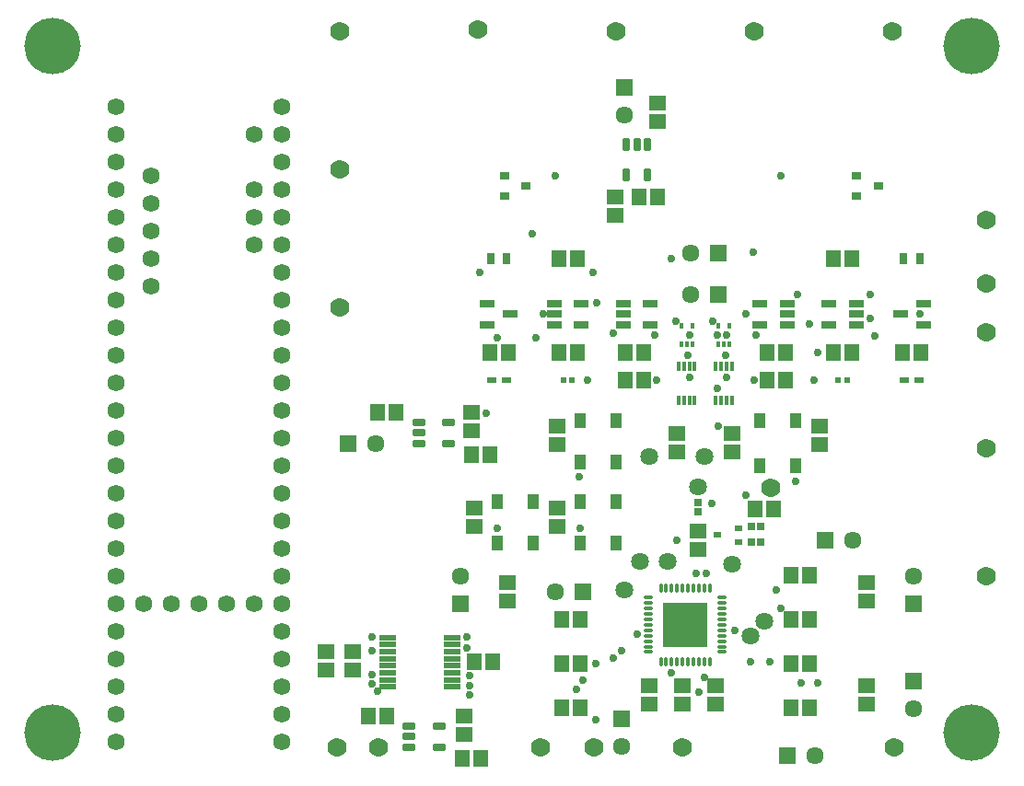
<source format=gbr>
%TF.GenerationSoftware,Altium Limited,Altium Designer,21.6.4 (81)*%
G04 Layer_Color=8388736*
%FSLAX26Y26*%
%MOIN*%
%TF.SameCoordinates,879DA611-49A8-4675-8A71-469A8E5B397B*%
%TF.FilePolarity,Negative*%
%TF.FileFunction,Soldermask,Top*%
%TF.Part,Single*%
G01*
G75*
%TA.AperFunction,SMDPad,CuDef*%
%ADD14R,0.035433X0.031496*%
%ADD27R,0.018432X0.018601*%
%ADD28R,0.029528X0.039370*%
%TA.AperFunction,ViaPad*%
%ADD41C,0.204409*%
%TA.AperFunction,ComponentPad*%
%ADD42C,0.063465*%
%ADD43R,0.063465X0.063465*%
%ADD44R,0.063465X0.063465*%
%ADD45C,0.062409*%
%TA.AperFunction,ViaPad*%
%ADD46C,0.069409*%
%ADD47C,0.029409*%
%ADD48C,0.064409*%
%TA.AperFunction,SMDPad,CuDef*%
%ADD53R,0.053622X0.061496*%
%ADD54O,0.012283X0.039843*%
%ADD55O,0.039843X0.012283*%
%ADD56R,0.161890X0.161890*%
%ADD57R,0.016220X0.022716*%
%ADD58R,0.040236X0.052441*%
%ADD59R,0.061496X0.053622*%
%ADD60R,0.053622X0.028031*%
G04:AMPARAMS|DCode=61|XSize=28.031mil|YSize=43.779mil|CornerRadius=4.213mil|HoleSize=0mil|Usage=FLASHONLY|Rotation=0.000|XOffset=0mil|YOffset=0mil|HoleType=Round|Shape=RoundedRectangle|*
%AMROUNDEDRECTD61*
21,1,0.028031,0.035354,0,0,0.0*
21,1,0.019606,0.043779,0,0,0.0*
1,1,0.008425,0.009803,-0.017677*
1,1,0.008425,-0.009803,-0.017677*
1,1,0.008425,-0.009803,0.017677*
1,1,0.008425,0.009803,0.017677*
%
%ADD61ROUNDEDRECTD61*%
G04:AMPARAMS|DCode=62|XSize=28.031mil|YSize=43.779mil|CornerRadius=4.213mil|HoleSize=0mil|Usage=FLASHONLY|Rotation=90.000|XOffset=0mil|YOffset=0mil|HoleType=Round|Shape=RoundedRectangle|*
%AMROUNDEDRECTD62*
21,1,0.028031,0.035354,0,0,90.0*
21,1,0.019606,0.043779,0,0,90.0*
1,1,0.008425,0.017677,0.009803*
1,1,0.008425,0.017677,-0.009803*
1,1,0.008425,-0.017677,-0.009803*
1,1,0.008425,-0.017677,0.009803*
%
%ADD62ROUNDEDRECTD62*%
%ADD63R,0.028031X0.026063*%
%ADD64R,0.030000X0.024094*%
%ADD65R,0.026063X0.028031*%
%ADD66R,0.062480X0.022126*%
%ADD67R,0.016220X0.037874*%
%ADD68R,0.035118X0.022913*%
D14*
X1889370Y2155000D02*
D03*
X1810630Y2117598D02*
D03*
Y2192402D02*
D03*
X3164370Y2155000D02*
D03*
X3085630Y2117598D02*
D03*
Y2192402D02*
D03*
D27*
X3019167Y1450000D02*
D03*
X3050833D02*
D03*
X2055833D02*
D03*
X2024167D02*
D03*
D28*
X1760472Y1890000D02*
D03*
X1819528D02*
D03*
X3314528D02*
D03*
X3255472D02*
D03*
D41*
X3500000Y175000D02*
D03*
Y2660000D02*
D03*
X175000D02*
D03*
Y175000D02*
D03*
D42*
X2235000Y125000D02*
D03*
X2935000Y90000D02*
D03*
X1345000Y1220000D02*
D03*
X2245000Y2410000D02*
D03*
X3290000Y260000D02*
D03*
Y740000D02*
D03*
X2485000Y1910000D02*
D03*
X1650000Y740000D02*
D03*
X3070000Y870000D02*
D03*
X1995000Y685000D02*
D03*
X2485000Y1760000D02*
D03*
D43*
X2235000Y225000D02*
D03*
X2245000Y2510000D02*
D03*
X3290000Y360000D02*
D03*
Y640000D02*
D03*
X1650000D02*
D03*
D44*
X2835000Y90000D02*
D03*
X1245000Y1220000D02*
D03*
X2585000Y1910000D02*
D03*
X2970000Y870000D02*
D03*
X2095000Y685000D02*
D03*
X2585000Y1760000D02*
D03*
D45*
X530000Y1790000D02*
D03*
Y1890000D02*
D03*
Y1990000D02*
D03*
Y2090000D02*
D03*
Y2190000D02*
D03*
X905000Y1940000D02*
D03*
Y2040000D02*
D03*
Y2140000D02*
D03*
Y2340000D02*
D03*
Y640000D02*
D03*
X605000D02*
D03*
X805000D02*
D03*
X705000D02*
D03*
X505000D02*
D03*
X1005000Y940000D02*
D03*
Y840000D02*
D03*
Y740000D02*
D03*
Y640000D02*
D03*
Y540000D02*
D03*
Y440000D02*
D03*
Y340000D02*
D03*
Y240000D02*
D03*
Y140000D02*
D03*
X405000D02*
D03*
Y240000D02*
D03*
Y340000D02*
D03*
Y440000D02*
D03*
Y540000D02*
D03*
Y640000D02*
D03*
Y740000D02*
D03*
Y840000D02*
D03*
Y940000D02*
D03*
X1005000Y1040000D02*
D03*
X405000D02*
D03*
X1005000Y2440000D02*
D03*
X405000D02*
D03*
X1005000Y2340000D02*
D03*
Y2240000D02*
D03*
X405000Y2340000D02*
D03*
X1005000Y2140000D02*
D03*
Y2040000D02*
D03*
Y1940000D02*
D03*
Y1840000D02*
D03*
Y1740000D02*
D03*
Y1640000D02*
D03*
Y1540000D02*
D03*
Y1440000D02*
D03*
Y1340000D02*
D03*
Y1240000D02*
D03*
Y1140000D02*
D03*
X405000D02*
D03*
Y1240000D02*
D03*
Y1340000D02*
D03*
Y1440000D02*
D03*
Y1540000D02*
D03*
Y1640000D02*
D03*
Y1740000D02*
D03*
Y1840000D02*
D03*
Y1940000D02*
D03*
Y2040000D02*
D03*
Y2140000D02*
D03*
Y2240000D02*
D03*
D46*
X3555000Y1625000D02*
D03*
X2135000Y120000D02*
D03*
X3215000Y2715000D02*
D03*
X1215000Y1715000D02*
D03*
Y2215000D02*
D03*
X2215000Y2715000D02*
D03*
X1715000Y2720000D02*
D03*
X1215000Y2715000D02*
D03*
X2715000D02*
D03*
X3555000Y1800000D02*
D03*
Y1205000D02*
D03*
X1940000Y120000D02*
D03*
X1203859D02*
D03*
X1355000D02*
D03*
X2775000Y1060000D02*
D03*
X2455000Y120000D02*
D03*
X3220000D02*
D03*
X3555000Y740000D02*
D03*
Y2030000D02*
D03*
D47*
X2810000Y2190000D02*
D03*
X1995000D02*
D03*
X2400039Y500039D02*
D03*
Y543346D02*
D03*
Y586654D02*
D03*
Y629961D02*
D03*
X2443347Y500039D02*
D03*
Y543346D02*
D03*
Y586654D02*
D03*
Y629961D02*
D03*
X2486654Y500039D02*
D03*
Y543346D02*
D03*
Y586654D02*
D03*
Y629961D02*
D03*
X2529961Y500039D02*
D03*
Y543346D02*
D03*
Y586654D02*
D03*
Y629961D02*
D03*
X2710000Y1915000D02*
D03*
X2130000Y1840000D02*
D03*
X1720000D02*
D03*
X3150000Y1610000D02*
D03*
X3135000Y1675000D02*
D03*
X2945000Y1550000D02*
D03*
X2580000Y1420000D02*
D03*
X2615000Y1460000D02*
D03*
X2480000D02*
D03*
X1685000Y310000D02*
D03*
Y345000D02*
D03*
Y380000D02*
D03*
X1675000Y520000D02*
D03*
Y480000D02*
D03*
X2415000Y390000D02*
D03*
X2795000Y690000D02*
D03*
X2915000Y1655000D02*
D03*
X2930000Y1450000D02*
D03*
X2110000D02*
D03*
X2145000Y1730000D02*
D03*
X1910000Y1980000D02*
D03*
X2140000Y220000D02*
D03*
X2515000Y320000D02*
D03*
X2415000Y1890000D02*
D03*
X1745000Y1330000D02*
D03*
X1352341Y323621D02*
D03*
X1330000Y520000D02*
D03*
Y470000D02*
D03*
Y350000D02*
D03*
Y385000D02*
D03*
X2070000Y332500D02*
D03*
X2685028Y1036326D02*
D03*
X2435000Y870000D02*
D03*
X2290000Y530000D02*
D03*
X2140000Y425000D02*
D03*
X2095000Y365000D02*
D03*
X2235000Y470000D02*
D03*
X2560000Y1005000D02*
D03*
X2585000Y1285000D02*
D03*
X2540000Y750000D02*
D03*
X2505000D02*
D03*
X2685000Y1690000D02*
D03*
X1785000Y1605000D02*
D03*
X1925000D02*
D03*
X3315000Y1690000D02*
D03*
X3135000Y1760000D02*
D03*
X2770000Y430000D02*
D03*
X2701590Y431590D02*
D03*
X2203172Y444654D02*
D03*
X2810000Y625000D02*
D03*
X2645000Y545000D02*
D03*
X2610000Y1540000D02*
D03*
X2475000D02*
D03*
X2430000Y1665000D02*
D03*
X2565000D02*
D03*
X2360000Y1450000D02*
D03*
X2715000D02*
D03*
X2580000Y1615000D02*
D03*
X2615000D02*
D03*
X2479841Y1613739D02*
D03*
X2355000Y1615000D02*
D03*
X2720000D02*
D03*
X2870000Y1760000D02*
D03*
X2205000Y1620000D02*
D03*
X1950000Y1690000D02*
D03*
X2885000Y355000D02*
D03*
X2945000D02*
D03*
X2865000Y1085000D02*
D03*
X2080000Y1100000D02*
D03*
X2085000Y915000D02*
D03*
X1785000D02*
D03*
X2535000Y375000D02*
D03*
D48*
X2510000Y1065000D02*
D03*
X2635000Y785000D02*
D03*
X2245000Y690000D02*
D03*
X2335000Y1175000D02*
D03*
X2300000Y795000D02*
D03*
X2400000D02*
D03*
X2700000Y525000D02*
D03*
X2750000Y579055D02*
D03*
X2535000Y1175000D02*
D03*
D53*
X1723465Y80000D02*
D03*
X1656535D02*
D03*
X2363465Y2115000D02*
D03*
X2296535D02*
D03*
X1383465Y235000D02*
D03*
X1316535D02*
D03*
X2716535Y985000D02*
D03*
X2783465D02*
D03*
X1418465Y1335000D02*
D03*
X1351535D02*
D03*
X1691535Y1180000D02*
D03*
X1758465D02*
D03*
X1768465Y430000D02*
D03*
X1701535D02*
D03*
X2313465Y1450000D02*
D03*
X2246535D02*
D03*
X2083465Y585000D02*
D03*
X2016535D02*
D03*
X2846535Y265000D02*
D03*
X2913465D02*
D03*
X2846535Y585000D02*
D03*
X2913465D02*
D03*
X2846535Y745000D02*
D03*
X2913465D02*
D03*
X2846535Y425000D02*
D03*
X2913465D02*
D03*
X2083465D02*
D03*
X2016535D02*
D03*
X2761535Y1450000D02*
D03*
X2828465D02*
D03*
X2083465Y265000D02*
D03*
X2016535D02*
D03*
X3068465Y1550000D02*
D03*
X3001535D02*
D03*
X3318465D02*
D03*
X3251535D02*
D03*
X2828465D02*
D03*
X2761535D02*
D03*
X2006535D02*
D03*
X2073465D02*
D03*
X1756535D02*
D03*
X1823465D02*
D03*
X2246535D02*
D03*
X2313465D02*
D03*
X2006535Y1890000D02*
D03*
X2073465D02*
D03*
X3068465D02*
D03*
X3001535D02*
D03*
D54*
X2376417Y432126D02*
D03*
X2396102D02*
D03*
X2415787D02*
D03*
X2435472D02*
D03*
X2455157D02*
D03*
X2474843D02*
D03*
X2494528D02*
D03*
X2514213D02*
D03*
X2533898D02*
D03*
X2553583D02*
D03*
Y697874D02*
D03*
X2533898D02*
D03*
X2514213D02*
D03*
X2494528D02*
D03*
X2474843D02*
D03*
X2455157D02*
D03*
X2435472D02*
D03*
X2415787D02*
D03*
X2396102D02*
D03*
X2376417D02*
D03*
D55*
X2597874Y466575D02*
D03*
Y486260D02*
D03*
Y505945D02*
D03*
Y525630D02*
D03*
Y545315D02*
D03*
Y565000D02*
D03*
Y584685D02*
D03*
Y604370D02*
D03*
Y624055D02*
D03*
Y643740D02*
D03*
Y663425D02*
D03*
X2332126D02*
D03*
Y643740D02*
D03*
Y624055D02*
D03*
Y604370D02*
D03*
Y584685D02*
D03*
Y565000D02*
D03*
Y545315D02*
D03*
Y525630D02*
D03*
Y505945D02*
D03*
Y486260D02*
D03*
Y466575D02*
D03*
D56*
X2465000Y565000D02*
D03*
D57*
X2450315Y1582244D02*
D03*
X2470000D02*
D03*
X2489685D02*
D03*
Y1647756D02*
D03*
X2450315D02*
D03*
X2585315Y1582244D02*
D03*
X2605000D02*
D03*
X2624685D02*
D03*
Y1647756D02*
D03*
X2585315D02*
D03*
D58*
X2085630Y1305000D02*
D03*
X2214370D02*
D03*
Y1155000D02*
D03*
X2085630D02*
D03*
Y1010000D02*
D03*
X2214370D02*
D03*
Y860000D02*
D03*
X2085630D02*
D03*
X1785630Y1010000D02*
D03*
X1914370D02*
D03*
Y860000D02*
D03*
X1785630D02*
D03*
X2735630Y1140000D02*
D03*
X2864370D02*
D03*
Y1305000D02*
D03*
X2735630D02*
D03*
D59*
X3120000Y651535D02*
D03*
Y718465D02*
D03*
X2210000Y2113465D02*
D03*
Y2046535D02*
D03*
X2365000Y2386535D02*
D03*
Y2453465D02*
D03*
X1665000Y233464D02*
D03*
Y166535D02*
D03*
X2510000Y836535D02*
D03*
Y903465D02*
D03*
X1690000Y1333465D02*
D03*
Y1266535D02*
D03*
X1165000Y401536D02*
D03*
Y468465D02*
D03*
X1260000Y401536D02*
D03*
Y468465D02*
D03*
X2455000Y343464D02*
D03*
Y276535D02*
D03*
X2335000Y343464D02*
D03*
Y276535D02*
D03*
X2575000Y343464D02*
D03*
Y276535D02*
D03*
X3120000Y343464D02*
D03*
Y276535D02*
D03*
X2635000Y1191535D02*
D03*
Y1258465D02*
D03*
X2435000Y1191535D02*
D03*
Y1258465D02*
D03*
X1820000Y651535D02*
D03*
Y718465D02*
D03*
X2000000Y1216535D02*
D03*
Y1283465D02*
D03*
X1700000Y921535D02*
D03*
Y988465D02*
D03*
X2000000Y921535D02*
D03*
Y988465D02*
D03*
X2950000Y1216535D02*
D03*
Y1283465D02*
D03*
D60*
X2834213Y1652598D02*
D03*
Y1690000D02*
D03*
Y1727402D02*
D03*
X2735787D02*
D03*
Y1652598D02*
D03*
X2240787Y1727402D02*
D03*
Y1690000D02*
D03*
Y1652598D02*
D03*
X2339213D02*
D03*
Y1727402D02*
D03*
X3326339Y1652598D02*
D03*
Y1727402D02*
D03*
X3243661Y1690000D02*
D03*
X3084213Y1652598D02*
D03*
Y1690000D02*
D03*
Y1727402D02*
D03*
X2985787D02*
D03*
Y1652598D02*
D03*
X1748661Y1727402D02*
D03*
Y1652598D02*
D03*
X1831339Y1690000D02*
D03*
X1990787Y1727402D02*
D03*
Y1690000D02*
D03*
Y1652598D02*
D03*
X2089213D02*
D03*
Y1727402D02*
D03*
D61*
X2327402Y2195866D02*
D03*
X2252599D02*
D03*
Y2304134D02*
D03*
X2290000D02*
D03*
X2327402D02*
D03*
D62*
X1574134Y197402D02*
D03*
Y122599D02*
D03*
X1465866D02*
D03*
Y160000D02*
D03*
Y197402D02*
D03*
X1609134Y1297402D02*
D03*
Y1222599D02*
D03*
X1500866D02*
D03*
Y1260000D02*
D03*
Y1297402D02*
D03*
D63*
X2736732Y865000D02*
D03*
X2703268D02*
D03*
X2736732Y920000D02*
D03*
X2703268D02*
D03*
D64*
X2581614Y890000D02*
D03*
X2658386Y915591D02*
D03*
Y864409D02*
D03*
D65*
X2510000Y1006732D02*
D03*
Y973268D02*
D03*
D66*
X1620669Y340433D02*
D03*
Y366024D02*
D03*
Y391614D02*
D03*
Y417205D02*
D03*
Y442795D02*
D03*
Y468386D02*
D03*
Y493976D02*
D03*
Y519567D02*
D03*
X1389331D02*
D03*
Y493976D02*
D03*
Y468386D02*
D03*
Y442795D02*
D03*
Y417205D02*
D03*
Y391614D02*
D03*
Y366024D02*
D03*
Y340433D02*
D03*
D67*
X2440472Y1502008D02*
D03*
X2460157D02*
D03*
X2479843D02*
D03*
X2499528D02*
D03*
Y1377992D02*
D03*
X2479843D02*
D03*
X2460157D02*
D03*
X2440472D02*
D03*
X2575472Y1502008D02*
D03*
X2595157D02*
D03*
X2614843D02*
D03*
X2634528D02*
D03*
Y1377992D02*
D03*
X2614843D02*
D03*
X2595157D02*
D03*
X2575472D02*
D03*
D68*
X3258425Y1450000D02*
D03*
X3311575D02*
D03*
X1816575D02*
D03*
X1763425D02*
D03*
%TF.MD5,4635dc0d98214ace522a630d3afe32fc*%
M02*

</source>
